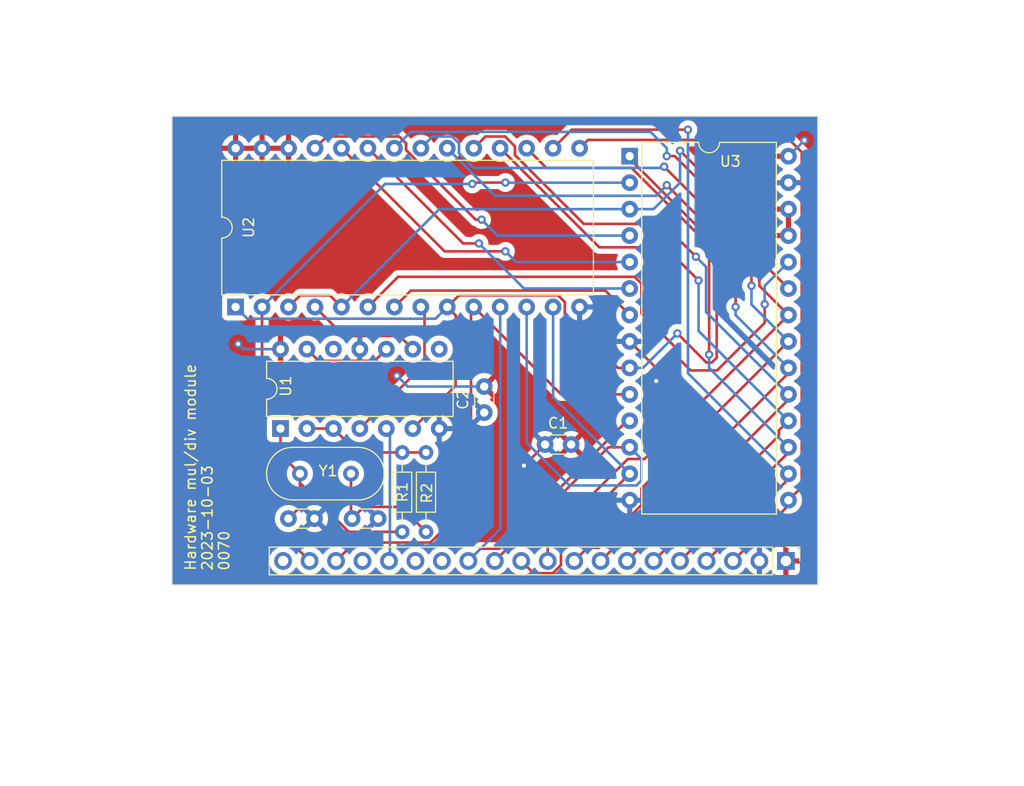
<source format=kicad_pcb>
(kicad_pcb (version 20221018) (generator pcbnew)
  (layers (0 "F.Cu" signal) (31 "B.Cu" signal) (34 "B.Paste" user) (35 "F.Paste" user) (36 "B.SilkS" user "B.Silkscreen") (37 "F.SilkS" user "F.Silkscreen") (38 "B.Mask" user) (39 "F.Mask" user) (44 "Edge.Cuts" user))
  (net 0 "")
  (net 1 "GND")
  (net 2 "+5V")
  (net 3 "Net-(C3-Pad1)")
  (net 4 "Net-(C4-Pad1)")
  (net 5 "D0")
  (net 6 "D1")
  (net 7 "D2")
  (net 8 "D3")
  (net 9 "D4")
  (net 10 "D5")
  (net 11 "D6")
  (net 12 "D7")
  (net 13 "A0")
  (net 14 "A1")
  (net 15 "A2")
  (net 18 "~{CS}")
  (net 19 "~{RD}")
  (net 20 "~{WR}")
  (net 21 "~{RESET}")
  (net 22 "CLK")
  (net 23 "Net-(R1-Pad2)")
  (net 24 "Net-(U2-CLK)")
  (net 25 "CS")
  (net 27 "Net-(U2-~{CO}{slash}~{OF})")
  (net 28 "Net-(U1-Pad10)")
  (net 30 "Net-(U2-CTL)")
  (net 31 "Net-(U2-Z_L)")
  (net 32 "Net-(U2-~{SHIFT})")
  (net 33 "Net-(U2-Z_R)")
  (net 34 "Net-(U2-Y_R)")
  (net 35 "Net-(U2-~{CI})")
  (footprint "Capacitor_THT:C_Disc_D3.0mm_W1.6mm_P2.50mm" (layer "F.Cu") (at 141.986 122.936)
    (fp_text reference "C1" (at 1.25 -2.05) (layer "F.SilkS"))
    (fp_text value "100nF" hide)
    (fp_line (start 0.621 -0.92) (end 1.879 -0.92) (stroke (width 0.12)) (layer "F.SilkS"))
    (fp_line (start 0.621 0.92) (end 1.879 0.92) (stroke (width 0.12)) (layer "F.SilkS"))
    (pad "1" thru_hole circle (at 0 0) (size 1.6 1.6) (drill 0.8) (layers "*.Cu" "*.Mask") (net 1 "GND"))
    (pad "2" thru_hole circle (at 2.5 0) (size 1.6 1.6) (drill 0.8) (layers "*.Cu" "*.Mask") (net 2 "+5V"))
  )
  (footprint "Package_DIP:DIP-14_W7.62mm" (layer "F.Cu") (at 116.586 121.402 90)
    (fp_text reference "U1" (at 4.064 0.508 90) (layer "F.SilkS"))
    (fp_text value "74HC14")
    (fp_line (start 1.16 -1.33) (end 1.16 16.57) (stroke (width 0.12)) (layer "F.SilkS"))
    (fp_line (start 1.16 16.57) (end 6.46 16.57) (stroke (width 0.12)) (layer "F.SilkS"))
    (fp_line (start 2.81 -1.33) (end 1.16 -1.33) (stroke (width 0.12)) (layer "F.SilkS"))
    (fp_line (start 6.46 -1.33) (end 4.81 -1.33) (stroke (width 0.12)) (layer "F.SilkS"))
    (fp_line (start 6.46 16.57) (end 6.46 -1.33) (stroke (width 0.12)) (layer "F.SilkS"))
    (fp_arc (start 4.81 -1.33) (mid 3.81 -0.33) (end 2.81 -1.33) (stroke (width 0.12)) (layer "F.SilkS"))
    (pad "1" thru_hole rect (at 0 0 90) (size 1.6 1.6) (drill 0.8) (layers "*.Cu" "*.Mask") (net 3 "Net-(C3-Pad1)"))
    (pad "2" thru_hole oval (at 0 2.54 90) (size 1.6 1.6) (drill 0.8) (layers "*.Cu" "*.Mask") (net 23 "Net-(R1-Pad2)"))
    (pad "3" thru_hole oval (at 0 5.08 90) (size 1.6 1.6) (drill 0.8) (layers "*.Cu" "*.Mask") (net 23 "Net-(R1-Pad2)"))
    (pad "4" thru_hole oval (at 0 7.62 90) (size 1.6 1.6) (drill 0.8) (layers "*.Cu" "*.Mask") (net 24 "Net-(U2-CLK)"))
    (pad "5" thru_hole oval (at 0 10.16 90) (size 1.6 1.6) (drill 0.8) (layers "*.Cu" "*.Mask") (net 18 "~{CS}"))
    (pad "6" thru_hole oval (at 0 12.7 90) (size 1.6 1.6) (drill 0.8) (layers "*.Cu" "*.Mask") (net 25 "CS"))
    (pad "7" thru_hole oval (at 0 15.24 90) (size 1.6 1.6) (drill 0.8) (layers "*.Cu" "*.Mask") (net 1 "GND"))
    (pad "8" thru_hole oval (at 7.62 15.24 90) (size 1.6 1.6) (drill 0.8) (layers "*.Cu" "*.Mask"))
    (pad "9" thru_hole oval (at 7.62 12.7 90) (size 1.6 1.6) (drill 0.8) (layers "*.Cu" "*.Mask") (net 27 "Net-(U2-~{CO}{slash}~{OF})"))
    (pad "10" thru_hole oval (at 7.62 10.16 90) (size 1.6 1.6) (drill 0.8) (layers "*.Cu" "*.Mask") (net 28 "Net-(U1-Pad10)"))
    (pad "11" thru_hole oval (at 7.62 7.62 90) (size 1.6 1.6) (drill 0.8) (layers "*.Cu" "*.Mask") (net 1 "GND"))
    (pad "12" thru_hole oval (at 7.62 5.08 90) (size 1.6 1.6) (drill 0.8) (layers "*.Cu" "*.Mask"))
    (pad "13" thru_hole oval (at 7.62 2.54 90) (size 1.6 1.6) (drill 0.8) (layers "*.Cu" "*.Mask") (net 28 "Net-(U1-Pad10)"))
    (pad "14" thru_hole oval (at 7.62 0 90) (size 1.6 1.6) (drill 0.8) (layers "*.Cu" "*.Mask") (net 2 "+5V"))
  )
  (footprint "Capacitor_THT:C_Disc_D3.0mm_W1.6mm_P2.50mm" (layer "F.Cu") (at 117.348 130.048)
    (fp_text reference "C3" hide)
    (fp_text value "22pF" hide)
    (fp_line (start 0.621 -0.92) (end 1.879 -0.92) (stroke (width 0.12)) (layer "F.SilkS"))
    (fp_line (start 0.621 0.92) (end 1.879 0.92) (stroke (width 0.12)) (layer "F.SilkS"))
    (pad "1" thru_hole circle (at 0 0) (size 1.6 1.6) (drill 0.8) (layers "*.Cu" "*.Mask") (net 3 "Net-(C3-Pad1)"))
    (pad "2" thru_hole circle (at 2.5 0) (size 1.6 1.6) (drill 0.8) (layers "*.Cu" "*.Mask") (net 1 "GND"))
  )
  (footprint "Package_DIP:DIP-28_W15.24mm" (layer "F.Cu") (at 112.278 109.733 90)
    (fp_text reference "U2" (at 7.625 1.26 90) (layer "F.SilkS"))
    (fp_text value "CDP1855")
    (fp_line (start 1.16 -1.33) (end 1.16 34.35) (stroke (width 0.12)) (layer "F.SilkS"))
    (fp_line (start 1.16 34.35) (end 14.08 34.35) (stroke (width 0.12)) (layer "F.SilkS"))
    (fp_line (start 6.62 -1.33) (end 1.16 -1.33) (stroke (width 0.12)) (layer "F.SilkS"))
    (fp_line (start 14.08 -1.33) (end 8.62 -1.33) (stroke (width 0.12)) (layer "F.SilkS"))
    (fp_line (start 14.08 34.35) (end 14.08 -1.33) (stroke (width 0.12)) (layer "F.SilkS"))
    (fp_arc (start 8.62 -1.33) (mid 7.62 -0.33) (end 6.62 -1.33) (stroke (width 0.12)) (layer "F.SilkS"))
    (pad "1" thru_hole rect (at 0 0 90) (size 1.6 1.6) (drill 0.8) (layers "*.Cu" "*.Mask") (net 25 "CS"))
    (pad "2" thru_hole oval (at 0 2.54 90) (size 1.6 1.6) (drill 0.8) (layers "*.Cu" "*.Mask") (net 21 "~{RESET}"))
    (pad "3" thru_hole oval (at 0 5.08 90) (size 1.6 1.6) (drill 0.8) (layers "*.Cu" "*.Mask") (net 30 "Net-(U2-CTL)"))
    (pad "4" thru_hole oval (at 0 7.62 90) (size 1.6 1.6) (drill 0.8) (layers "*.Cu" "*.Mask") (net 27 "Net-(U2-~{CO}{slash}~{OF})"))
    (pad "5" thru_hole oval (at 0 10.16 90) (size 1.6 1.6) (drill 0.8) (layers "*.Cu" "*.Mask") (net 30 "Net-(U2-CTL)"))
    (pad "6" thru_hole oval (at 0 12.7 90) (size 1.6 1.6) (drill 0.8) (layers "*.Cu" "*.Mask") (net 31 "Net-(U2-Z_L)"))
    (pad "7" thru_hole oval (at 0 15.24 90) (size 1.6 1.6) (drill 0.8) (layers "*.Cu" "*.Mask") (net 32 "Net-(U2-~{SHIFT})"))
    (pad "8" thru_hole oval (at 0 17.78 90) (size 1.6 1.6) (drill 0.8) (layers "*.Cu" "*.Mask") (net 24 "Net-(U2-CLK)"))
    (pad "9" thru_hole oval (at 0 20.32 90) (size 1.6 1.6) (drill 0.8) (layers "*.Cu" "*.Mask") (net 25 "CS"))
    (pad "10" thru_hole oval (at 0 22.86 90) (size 1.6 1.6) (drill 0.8) (layers "*.Cu" "*.Mask") (net 20 "~{WR}"))
    (pad "11" thru_hole oval (at 0 25.4 90) (size 1.6 1.6) (drill 0.8) (layers "*.Cu" "*.Mask") (net 15 "A2"))
    (pad "12" thru_hole oval (at 0 27.94 90) (size 1.6 1.6) (drill 0.8) (layers "*.Cu" "*.Mask") (net 14 "A1"))
    (pad "13" thru_hole oval (at 0 30.48 90) (size 1.6 1.6) (drill 0.8) (layers "*.Cu" "*.Mask") (net 13 "A0"))
    (pad "14" thru_hole oval (at 0 33.02 90) (size 1.6 1.6) (drill 0.8) (layers "*.Cu" "*.Mask") (net 1 "GND"))
    (pad "15" thru_hole oval (at 15.24 33.02 90) (size 1.6 1.6) (drill 0.8) (layers "*.Cu" "*.Mask") (net 5 "D0"))
    (pad "16" thru_hole oval (at 15.24 30.48 90) (size 1.6 1.6) (drill 0.8) (layers "*.Cu" "*.Mask") (net 6 "D1"))
    (pad "17" thru_hole oval (at 15.24 27.94 90) (size 1.6 1.6) (drill 0.8) (layers "*.Cu" "*.Mask") (net 7 "D2"))
    (pad "18" thru_hole oval (at 15.24 25.4 90) (size 1.6 1.6) (drill 0.8) (layers "*.Cu" "*.Mask") (net 8 "D3"))
    (pad "19" thru_hole oval (at 15.24 22.86 90) (size 1.6 1.6) (drill 0.8) (layers "*.Cu" "*.Mask") (net 9 "D4"))
    (pad "20" thru_hole oval (at 15.24 20.32 90) (size 1.6 1.6) (drill 0.8) (layers "*.Cu" "*.Mask") (net 10 "D5"))
    (pad "21" thru_hole oval (at 15.24 17.78 90) (size 1.6 1.6) (drill 0.8) (layers "*.Cu" "*.Mask") (net 11 "D6"))
    (pad "22" thru_hole oval (at 15.24 15.24 90) (size 1.6 1.6) (drill 0.8) (layers "*.Cu" "*.Mask") (net 12 "D7"))
    (pad "23" thru_hole oval (at 15.24 12.7 90) (size 1.6 1.6) (drill 0.8) (layers "*.Cu" "*.Mask") (net 33 "Net-(U2-Z_R)"))
    (pad "24" thru_hole oval (at 15.24 10.16 90) (size 1.6 1.6) (drill 0.8) (layers "*.Cu" "*.Mask") (net 34 "Net-(U2-Y_R)"))
    (pad "25" thru_hole oval (at 15.24 7.62 90) (size 1.6 1.6) (drill 0.8) (layers "*.Cu" "*.Mask") (net 35 "Net-(U2-~{CI})"))
    (pad "26" thru_hole oval (at 15.24 5.08 90) (size 1.6 1.6) (drill 0.8) (layers "*.Cu" "*.Mask") (net 2 "+5V"))
    (pad "27" thru_hole oval (at 15.24 2.54 90) (size 1.6 1.6) (drill 0.8) (layers "*.Cu" "*.Mask") (net 2 "+5V"))
    (pad "28" thru_hole oval (at 15.24 0 90) (size 1.6 1.6) (drill 0.8) (layers "*.Cu" "*.Mask") (net 2 "+5V"))
  )
  (footprint "Capacitor_THT:C_Disc_D3.0mm_W1.6mm_P2.50mm" (layer "F.Cu") (at 123.464 130.048)
    (fp_text reference "C4" hide)
    (fp_text value "22pF" hide)
    (fp_line (start 0.621 -0.92) (end 1.879 -0.92) (stroke (width 0.12)) (layer "F.SilkS"))
    (fp_line (start 0.621 0.92) (end 1.879 0.92) (stroke (width 0.12)) (layer "F.SilkS"))
    (pad "1" thru_hole circle (at 0 0) (size 1.6 1.6) (drill 0.8) (layers "*.Cu" "*.Mask") (net 4 "Net-(C4-Pad1)"))
    (pad "2" thru_hole circle (at 2.5 0) (size 1.6 1.6) (drill 0.8) (layers "*.Cu" "*.Mask") (net 1 "GND"))
  )
  (footprint "Package_DIP:DIP-28_W15.24mm" (layer "F.Cu") (at 150.109 95.26)
    (fp_text reference "U3" (at 9.657 0.498) (layer "F.SilkS"))
    (fp_text value "CDP1855")
    (fp_line (start 1.16 -1.33) (end 1.16 34.35) (stroke (width 0.12)) (layer "F.SilkS"))
    (fp_line (start 1.16 34.35) (end 14.08 34.35) (stroke (width 0.12)) (layer "F.SilkS"))
    (fp_line (start 6.62 -1.33) (end 1.16 -1.33) (stroke (width 0.12)) (layer "F.SilkS"))
    (fp_line (start 14.08 -1.33) (end 8.62 -1.33) (stroke (width 0.12)) (layer "F.SilkS"))
    (fp_line (start 14.08 34.35) (end 14.08 -1.33) (stroke (width 0.12)) (layer "F.SilkS"))
    (fp_arc (start 8.62 -1.33) (mid 7.62 -0.33) (end 6.62 -1.33) (stroke (width 0.12)) (layer "F.SilkS"))
    (pad "1" thru_hole rect (at 0 0) (size 1.6 1.6) (drill 0.8) (layers "*.Cu" "*.Mask") (net 25 "CS"))
    (pad "2" thru_hole oval (at 0 2.54) (size 1.6 1.6) (drill 0.8) (layers "*.Cu" "*.Mask") (net 21 "~{RESET}"))
    (pad "3" thru_hole oval (at 0 5.08) (size 1.6 1.6) (drill 0.8) (layers "*.Cu" "*.Mask") (net 30 "Net-(U2-CTL)"))
    (pad "4" thru_hole oval (at 0 7.62) (size 1.6 1.6) (drill 0.8) (layers "*.Cu" "*.Mask") (net 35 "Net-(U2-~{CI})"))
    (pad "5" thru_hole oval (at 0 10.16) (size 1.6 1.6) (drill 0.8) (layers "*.Cu" "*.Mask") (net 34 "Net-(U2-Y_R)"))
    (pad "6" thru_hole oval (at 0 12.7) (size 1.6 1.6) (drill 0.8) (layers "*.Cu" "*.Mask") (net 33 "Net-(U2-Z_R)"))
    (pad "7" thru_hole oval (at 0 15.24) (size 1.6 1.6) (drill 0.8) (layers "*.Cu" "*.Mask") (net 32 "Net-(U2-~{SHIFT})"))
    (pad "8" thru_hole oval (at 0 17.78) (size 1.6 1.6) (drill 0.8) (layers "*.Cu" "*.Mask") (net 1 "GND"))
    (pad "9" thru_hole oval (at 0 20.32) (size 1.6 1.6) (drill 0.8) (layers "*.Cu" "*.Mask") (net 25 "CS"))
    (pad "10" thru_hole oval (at 0 22.86) (size 1.6 1.6) (drill 0.8) (layers "*.Cu" "*.Mask") (net 20 "~{WR}"))
    (pad "11" thru_hole oval (at 0 25.4) (size 1.6 1.6) (drill 0.8) (layers "*.Cu" "*.Mask") (net 15 "A2"))
    (pad "12" thru_hole oval (at 0 27.94) (size 1.6 1.6) (drill 0.8) (layers "*.Cu" "*.Mask") (net 14 "A1"))
    (pad "13" thru_hole oval (at 0 30.48) (size 1.6 1.6) (drill 0.8) (layers "*.Cu" "*.Mask") (net 13 "A0"))
    (pad "14" thru_hole oval (at 0 33.02) (size 1.6 1.6) (drill 0.8) (layers "*.Cu" "*.Mask") (net 1 "GND"))
    (pad "15" thru_hole oval (at 15.24 33.02) (size 1.6 1.6) (drill 0.8) (layers "*.Cu" "*.Mask") (net 5 "D0"))
    (pad "16" thru_hole oval (at 15.24 30.48) (size 1.6 1.6) (drill 0.8) (layers "*.Cu" "*.Mask") (net 6 "D1"))
    (pad "17" thru_hole oval (at 15.24 27.94) (size 1.6 1.6) (drill 0.8) (layers "*.Cu" "*.Mask") (net 7 "D2"))
    (pad "18" thru_hole oval (at 15.24 25.4) (size 1.6 1.6) (drill 0.8) (layers "*.Cu" "*.Mask") (net 8 "D3"))
    (pad "19" thru_hole oval (at 15.24 22.86) (size 1.6 1.6) (drill 0.8) (layers "*.Cu" "*.Mask") (net 9 "D4"))
    (pad "20" thru_hole oval (at 15.24 20.32) (size 1.6 1.6) (drill 0.8) (layers "*.Cu" "*.Mask") (net 10 "D5"))
    (pad "21" thru_hole oval (at 15.24 17.78) (size 1.6 1.6) (drill 0.8) (layers "*.Cu" "*.Mask") (net 11 "D6"))
    (pad "22" thru_hole oval (at 15.24 15.24) (size 1.6 1.6) (drill 0.8) (layers "*.Cu" "*.Mask") (net 12 "D7"))
    (pad "23" thru_hole oval (at 15.24 12.7) (size 1.6 1.6) (drill 0.8) (layers "*.Cu" "*.Mask") (net 30 "Net-(U2-CTL)"))
    (pad "24" thru_hole oval (at 15.24 10.16) (size 1.6 1.6) (drill 0.8) (layers "*.Cu" "*.Mask") (net 31 "Net-(U2-Z_L)"))
    (pad "25" thru_hole oval (at 15.24 7.62) (size 1.6 1.6) (drill 0.8) (layers "*.Cu" "*.Mask") (net 2 "+5V"))
    (pad "26" thru_hole oval (at 15.24 5.08) (size 1.6 1.6) (drill 0.8) (layers "*.Cu" "*.Mask") (net 2 "+5V"))
    (pad "27" thru_hole oval (at 15.24 2.54) (size 1.6 1.6) (drill 0.8) (layers "*.Cu" "*.Mask") (net 1 "GND"))
    (pad "28" thru_hole oval (at 15.24 0) (size 1.6 1.6) (drill 0.8) (layers "*.Cu" "*.Mask") (net 2 "+5V"))
  )
  (footprint "Crystal:Crystal_HC18-U_Vertical" (layer "F.Cu") (at 118.454 125.73)
    (fp_text reference "Y1" (at 2.704 -0.254) (layer "F.SilkS"))
    (fp_text value "3.6864MHz" hide)
    (fp_line (start -0.675 -2.525) (end 5.575 -2.525) (stroke (width 0.12)) (layer "F.SilkS"))
    (fp_line (start -0.675 2.525) (end 5.575 2.525) (stroke (width 0.12)) (layer "F.SilkS"))
    (fp_arc (start -0.675 2.525) (mid -3.2 0) (end -0.675 -2.525) (stroke (width 0.12)) (layer "F.SilkS"))
    (fp_arc (start 5.575 -2.525) (mid 8.1 0) (end 5.575 2.525) (stroke (width 0.12)) (layer "F.SilkS"))
    (pad "1" thru_hole circle (at 0 0) (size 1.5 1.5) (drill 0.8) (layers "*.Cu" "*.Mask") (net 3 "Net-(C3-Pad1)"))
    (pad "2" thru_hole circle (at 4.9 0) (size 1.5 1.5) (drill 0.8) (layers "*.Cu" "*.Mask") (net 4 "Net-(C4-Pad1)"))
  )
  (footprint "Connector_PinHeader_2.54mm:PinHeader_1x20_P2.54mm_Vertical" (layer "F.Cu") (at 165.1 134.112 -90)
    (fp_text reference "J1" hide)
    (fp_text value "Conn_01x20" hide)
    (fp_line (start -1.33 -1.33) (end 0 -1.33) (stroke (width 0.12)) (layer "F.SilkS"))
    (fp_line (start -1.33 0) (end -1.33 -1.33) (stroke (width 0.12)) (layer "F.SilkS"))
    (fp_line (start -1.33 1.27) (end -1.33 49.59) (stroke (width 0.12)) (layer "F.SilkS"))
    (fp_line (start -1.33 1.27) (end 1.33 1.27) (stroke (width 0.12)) (layer "F.SilkS"))
    (fp_line (start -1.33 49.59) (end 1.33 49.59) (stroke (width 0.12)) (layer "F.SilkS"))
    (fp_line (start 1.33 1.27) (end 1.33 49.59) (stroke (width 0.12)) (layer "F.SilkS"))
    (pad "1" thru_hole rect (at 0 0 270) (size 1.7 1.7) (drill 1) (layers "*.Cu" "*.Mask") (net 2 "+5V"))
    (pad "2" thru_hole oval (at 0 2.54 270) (size 1.7 1.7) (drill 1) (layers "*.Cu" "*.Mask") (net 1 "GND"))
    (pad "3" thru_hole oval (at 0 5.08 270) (size 1.7 1.7) (drill 1) (layers "*.Cu" "*.Mask") (net 5 "D0"))
    (pad "4" thru_hole oval (at 0 7.62 270) (size 1.7 1.7) (drill 1) (layers "*.Cu" "*.Mask") (net 6 "D1"))
    (pad "5" thru_hole oval (at 0 10.16 270) (size 1.7 1.7) (drill 1) (layers "*.Cu" "*.Mask") (net 7 "D2"))
    (pad "6" thru_hole oval (at 0 12.7 270) (size 1.7 1.7) (drill 1) (layers "*.Cu" "*.Mask") (net 8 "D3"))
    (pad "7" thru_hole oval (at 0 15.24 270) (size 1.7 1.7) (drill 1) (layers "*.Cu" "*.Mask") (net 9 "D4"))
    (pad "8" thru_hole oval (at 0 17.78 270) (size 1.7 1.7) (drill 1) (layers "*.Cu" "*.Mask") (net 10 "D5"))
    (pad "9" thru_hole oval (at 0 20.32 270) (size 1.7 1.7) (drill 1) (layers "*.Cu" "*.Mask") (net 11 "D6"))
    (pad "10" thru_hole oval (at 0 22.86 270) (size 1.7 1.7) (drill 1) (layers "*.Cu" "*.Mask") (net 12 "D7"))
    (pad "11" thru_hole oval (at 0 25.4 270) (size 1.7 1.7) (drill 1) (layers "*.Cu" "*.Mask") (net 13 "A0"))
    (pad "12" thru_hole oval (at 0 27.94 270) (size 1.7 1.7) (drill 1) (layers "*.Cu" "*.Mask") (net 14 "A1"))
    (pad "13" thru_hole oval (at 0 30.48 270) (size 1.7 1.7) (drill 1) (layers "*.Cu" "*.Mask") (net 15 "A2"))
    (pad "14" thru_hole oval (at 0 33.02 270) (size 1.7 1.7) (drill 1) (layers "*.Cu" "*.Mask"))
    (pad "15" thru_hole oval (at 0 35.56 270) (size 1.7 1.7) (drill 1) (layers "*.Cu" "*.Mask"))
    (pad "16" thru_hole oval (at 0 38.1 270) (size 1.7 1.7) (drill 1) (layers "*.Cu" "*.Mask") (net 18 "~{CS}"))
    (pad "17" thru_hole oval (at 0 40.64 270) (size 1.7 1.7) (drill 1) (layers "*.Cu" "*.Mask") (net 19 "~{RD}"))
    (pad "18" thru_hole oval (at 0 43.18 270) (size 1.7 1.7) (drill 1) (layers "*.Cu" "*.Mask") (net 20 "~{WR}"))
    (pad "19" thru_hole oval (at 0 45.72 270) (size 1.7 1.7) (drill 1) (layers "*.Cu" "*.Mask") (net 21 "~{RESET}"))
    (pad "20" thru_hole oval (at 0 48.26 270) (size 1.7 1.7) (drill 1) (layers "*.Cu" "*.Mask") (net 22 "CLK"))
  )
  (footprint "Resistor_THT:R_Axial_DIN0204_L3.6mm_D1.6mm_P7.62mm_Horizontal" (layer "F.Cu") (at 128.27 131.318 90)
    (fp_text reference "R1" (at 3.81 0 90) (layer "F.SilkS"))
    (fp_text value "1M")
    (fp_line (start 0.94 0) (end 1.89 0) (stroke (width 0.12)) (layer "F.SilkS"))
    (fp_line (start 1.89 -0.92) (end 1.89 0.92) (stroke (width 0.12)) (layer "F.SilkS"))
    (fp_line (start 1.89 0.92) (end 5.73 0.92) (stroke (width 0.12)) (layer "F.SilkS"))
    (fp_line (start 5.73 -0.92) (end 1.89 -0.92) (stroke (width 0.12)) (layer "F.SilkS"))
    (fp_line (start 5.73 0.92) (end 5.73 -0.92) (stroke (width 0.12)) (layer "F.SilkS"))
    (fp_line (start 6.68 0) (end 5.73 0) (stroke (width 0.12)) (layer "F.SilkS"))
    (pad "1" thru_hole circle (at 0 0 90) (size 1.4 1.4) (drill 0.7) (layers "*.Cu" "*.Mask") (net 3 "Net-(C3-Pad1)"))
    (pad "2" thru_hole oval (at 7.62 0 90) (size 1.4 1.4) (drill 0.7) (layers "*.Cu" "*.Mask") (net 23 "Net-(R1-Pad2)"))
  )
  (footprint "Capacitor_THT:C_Disc_D3.0mm_W1.6mm_P2.50mm" (layer "F.Cu") (at 136.144 119.868 90)
    (fp_text reference "C2" (at 1.25 -2.05 90) (layer "F.SilkS"))
    (fp_text value "100nF" hide)
    (fp_line (start 0.621 -0.92) (end 1.879 -0.92) (stroke (width 0.12)) (layer "F.SilkS"))
    (fp_line (start 0.621 0.92) (end 1.879 0.92) (stroke (width 0.12)) (layer "F.SilkS"))
    (pad "1" thru_hole circle (at 0 0 90) (size 1.6 1.6) (drill 0.8) (layers "*.Cu" "*.Mask") (net 1 "GND"))
    (pad "2" thru_hole circle (at 2.5 0 90) (size 1.6 1.6) (drill 0.8) (layers "*.Cu" "*.Mask") (net 2 "+5V"))
  )
  (footprint "Resistor_THT:R_Axial_DIN0204_L3.6mm_D1.6mm_P7.62mm_Horizontal" (layer "F.Cu") (at 130.556 131.318 90)
    (fp_text reference "R2" (at 3.71 0.078 90) (layer "F.SilkS"))
    (fp_text value "470")
    (fp_line (start 0.94 0) (end 1.89 0) (stroke (width 0.12)) (layer "F.SilkS"))
    (fp_line (start 1.89 -0.92) (end 1.89 0.92) (stroke (width 0.12)) (layer "F.SilkS"))
    (fp_line (start 1.89 0.92) (end 5.73 0.92) (stroke (width 0.12)) (layer "F.SilkS"))
    (fp_line (start 5.73 -0.92) (end 1.89 -0.92) (stroke (width 0.12)) (layer "F.SilkS"))
    (fp_line (start 5.73 0.92) (end 5.73 -0.92) (stroke (width 0.12)) (layer "F.SilkS"))
    (fp_line (start 6.68 0) (end 5.73 0) (stroke (width 0.12)) (layer "F.SilkS"))
    (pad "1" thru_hole circle (at 0 0 90) (size 1.4 1.4) (drill 0.7) (layers "*.Cu" "*.Mask") (net 4 "Net-(C4-Pad1)"))
    (pad "2" thru_hole oval (at 7.62 0 90) (size 1.4 1.4) (drill 0.7) (layers "*.Cu" "*.Mask") (net 23 "Net-(R1-Pad2)"))
  )
  (gr_rect (start 106.172 91.44) (end 168.148 136.398) (stroke (width 0.1)) (fill none) (layer "Edge.Cuts"))
  (gr_text "Hardware mul/div module\n2023-10-03\n0070" (at 111.76 135.128 90) (layer "F.SilkS") (effects (font (size 1 1)) (justify left bottom)))
  (segment (start 141.986 122.936) (end 139.954 124.968) (width 0.25) (layer "F.Cu") (net 1))
  (segment (start 150.109 113.04) (end 152.654 115.585) (width 0.25) (layer "F.Cu") (net 1))
  (segment (start 152.654 115.585) (end 152.654 116.84) (width 0.25) (layer "F.Cu") (net 1))
  (via (at 139.954 124.968) (size 0.8) (drill 0.4) (layers "F.Cu" "B.Cu") (net 1))
  (via (at 152.654 116.84) (size 0.8) (drill 0.4) (layers "F.Cu" "B.Cu") (net 1))
  (via (at 112.522 113.284) (size 0.8) (drill 0.4) (layers "F.Cu" "B.Cu") (net 2))
  (via (at 166.8805 93.7285) (size 0.8) (drill 0.4) (layers "F.Cu" "B.Cu") (net 2))
  (via (at 127.762 116.332) (size 0.8) (drill 0.4) (layers "F.Cu" "B.Cu") (net 2))
  (segment (start 128.798 117.368) (end 127.762 116.332) (width 0.25) (layer "B.Cu") (net 2))
  (segment (start 136.144 117.368) (end 128.798 117.368) (width 0.25) (layer "B.Cu") (net 2))
  (segment (start 113.02 113.782) (end 112.522 113.284) (width 0.25) (layer "B.Cu") (net 2))
  (segment (start 166.8805 93.7285) (end 165.349 95.26) (width 0.25) (layer "B.Cu") (net 2))
  (segment (start 116.586 113.782) (end 113.02 113.782) (width 0.25) (layer "B.Cu") (net 2))
  (segment (start 116.586 123.862) (end 118.454 125.73) (width 0.25) (layer "F.Cu") (net 3))
  (segment (start 118.454 126.628991) (end 118.454 125.73) (width 0.25) (layer "F.Cu") (net 3))
  (segment (start 118.454 125.73) (end 118.454 128.942) (width 0.25) (layer "F.Cu") (net 3))
  (segment (start 123.143009 131.318) (end 118.454 126.628991) (width 0.25) (layer "F.Cu") (net 3))
  (segment (start 116.586 121.402) (end 116.586 123.862) (width 0.25) (layer "F.Cu") (net 3))
  (segment (start 118.454 128.942) (end 117.348 130.048) (width 0.25) (layer "F.Cu") (net 3))
  (segment (start 128.27 131.318) (end 123.143009 131.318) (width 0.25) (layer "F.Cu") (net 3))
  (segment (start 123.354 129.938) (end 123.464 130.048) (width 0.25) (layer "F.Cu") (net 4))
  (segment (start 123.354 125.73) (end 123.354 129.938) (width 0.25) (layer "F.Cu") (net 4))
  (segment (start 123.464 130.048) (end 124.589 128.923) (width 0.25) (layer "F.Cu") (net 4))
  (segment (start 128.161 128.923) (end 130.556 131.318) (width 0.25) (layer "F.Cu") (net 4))
  (segment (start 124.589 128.923) (end 128.161 128.923) (width 0.25) (layer "F.Cu") (net 4))
  (segment (start 145.298 94.493) (end 146.097999 93.693001) (width 0.25) (layer "F.Cu") (net 5))
  (segment (start 160.02 134.112) (end 165.349 128.783) (width 0.25) (layer "F.Cu") (net 5))
  (segment (start 165.450001 93.693001) (end 166.624 94.867) (width 0.25) (layer "F.Cu") (net 5))
  (segment (start 146.097999 93.693001) (end 165.450001 93.693001) (width 0.25) (layer "F.Cu") (net 5))
  (segment (start 166.624 94.867) (end 166.624 127.005) (width 0.25) (layer "F.Cu") (net 5))
  (segment (start 165.349 128.783) (end 165.349 128.28) (width 0.25) (layer "F.Cu") (net 5))
  (segment (start 166.624 127.005) (end 165.349 128.28) (width 0.25) (layer "F.Cu") (net 5))
  (segment (start 157.48 134.112) (end 165.349 126.243) (width 0.25) (layer "F.Cu") (net 6))
  (segment (start 165.349 126.243) (end 165.349 125.74) (width 0.25) (layer "F.Cu") (net 6))
  (segment (start 142.758 94.493) (end 144.541 92.71) (width 0.25) (layer "F.Cu") (net 6))
  (segment (start 144.541 92.71) (end 155.702 92.71) (width 0.25) (layer "F.Cu") (net 6))
  (via (at 155.702 92.71) (size 0.8) (drill 0.4) (layers "F.Cu" "B.Cu") (net 6))
  (segment (start 155.702 116.093) (end 165.349 125.74) (width 0.25) (layer "B.Cu") (net 6))
  (segment (start 155.702 92.71) (end 155.702 116.093) (width 0.25) (layer "B.Cu") (net 6))
  (segment (start 154.94 134.112) (end 165.349 123.703) (width 0.25) (layer "F.Cu") (net 7))
  (segment (start 142.11 96.385) (end 150.284991 96.385) (width 0.25) (layer "F.Cu") (net 7))
  (segment (start 157.734 103.834009) (end 157.734 114.3) (width 0.25) (layer "F.Cu") (net 7))
  (segment (start 140.218 94.493) (end 142.11 96.385) (width 0.25) (layer "F.Cu") (net 7))
  (segment (start 150.284991 96.385) (end 157.734 103.834009) (width 0.25) (layer "F.Cu") (net 7))
  (segment (start 165.349 123.703) (end 165.349 123.2) (width 0.25) (layer "F.Cu") (net 7))
  (via (at 157.734 114.3) (size 0.8) (drill 0.4) (layers "F.Cu" "B.Cu") (net 7))
  (segment (start 157.734 115.585) (end 165.349 123.2) (width 0.25) (layer "B.Cu") (net 7))
  (segment (start 157.734 114.3) (end 157.734 115.585) (width 0.25) (layer "B.Cu") (net 7))
  (segment (start 164.437 121.572) (end 165.349 120.66) (width 0.25) (layer "F.Cu") (net 8))
  (segment (start 164.437 122.075) (end 164.437 121.572) (width 0.25) (layer "F.Cu") (net 8))
  (segment (start 152.4 134.112) (end 164.437 122.075) (width 0.25) (layer "F.Cu") (net 8))
  (segment (start 147.19 104.005) (end 153.535 104.005) (width 0.25) (layer "F.Cu") (net 8))
  (segment (start 153.535 104.005) (end 156.718 107.188) (width 0.25) (layer "F.Cu") (net 8))
  (segment (start 137.678 94.493) (end 147.19 104.005) (width 0.25) (layer "F.Cu") (net 8))
  (via (at 156.718 107.188) (size 0.8) (drill 0.4) (layers "F.Cu" "B.Cu") (net 8))
  (segment (start 156.718 112.029) (end 165.349 120.66) (width 0.25) (layer "B.Cu") (net 8))
  (segment (start 156.718 107.188) (end 156.718 112.029) (width 0.25) (layer "B.Cu") (net 8))
  (segment (start 139.093 95.151) (end 145.697 101.755) (width 0.25) (layer "F.Cu") (net 9))
  (segment (start 135.138 94.493) (end 136.263 93.368) (width 0.25) (layer "F.Cu") (net 9))
  (segment (start 153.317 101.755) (end 156.464 104.902) (width 0.25) (layer "F.Cu") (net 9))
  (segment (start 136.263 93.368) (end 138.143991 93.368) (width 0.25) (layer "F.Cu") (net 9))
  (segment (start 145.697 101.755) (end 153.317 101.755) (width 0.25) (layer "F.Cu") (net 9))
  (segment (start 139.093 94.317009) (end 139.093 95.151) (width 0.25) (layer "F.Cu") (net 9))
  (segment (start 138.143991 93.368) (end 139.093 94.317009) (width 0.25) (layer "F.Cu") (net 9))
  (segment (start 165.349 118.623) (end 165.349 118.12) (width 0.25) (layer "F.Cu") (net 9))
  (segment (start 149.86 134.112) (end 165.349 118.623) (width 0.25) (layer "F.Cu") (net 9))
  (via (at 156.464 104.902) (size 0.8) (drill 0.4) (layers "F.Cu" "B.Cu") (net 9))
  (segment (start 157.443 105.881) (end 157.443 110.214) (width 0.25) (layer "B.Cu") (net 9))
  (segment (start 156.464 104.902) (end 157.443 105.881) (width 0.25) (layer "B.Cu") (net 9))
  (segment (start 157.443 110.214) (end 165.349 118.12) (width 0.25) (layer "B.Cu") (net 9))
  (segment (start 153.67 98.044) (end 160.274 104.648) (width 0.25) (layer "F.Cu") (net 10))
  (segment (start 147.32 134.112) (end 165.349 116.083) (width 0.25) (layer "F.Cu") (net 10))
  (segment (start 160.274 104.648) (end 160.274 109.728) (width 0.25) (layer "F.Cu") (net 10))
  (segment (start 165.349 116.083) (end 165.349 115.58) (width 0.25) (layer "F.Cu") (net 10))
  (via (at 153.67 98.044) (size 0.8) (drill 0.4) (layers "F.Cu" "B.Cu") (net 10))
  (via (at 160.274 109.728) (size 0.8) (drill 0.4) (layers "F.Cu" "B.Cu") (net 10))
  (segment (start 160.274 109.728) (end 160.274 110.505) (width 0.25) (layer "B.Cu") (net 10))
  (segment (start 152.654 99.06) (end 137.165 99.06) (width 0.25) (layer "B.Cu") (net 10))
  (segment (start 153.67 98.044) (end 152.654 99.06) (width 0.25) (layer "B.Cu") (net 10))
  (segment (start 160.274 110.505) (end 165.349 115.58) (width 0.25) (layer "B.Cu") (net 10))
  (segment (start 137.165 99.06) (end 132.598 94.493) (width 0.25) (layer "B.Cu") (net 10))
  (segment (start 151.234 128.745991) (end 147.137991 132.842) (width 0.25) (layer "F.Cu") (net 11))
  (segment (start 161.798 104.648) (end 161.798 107.696) (width 0.25) (layer "F.Cu") (net 11))
  (segment (start 165.349 113.04) (end 151.234 127.155) (width 0.25) (layer "F.Cu") (net 11))
  (segment (start 151.234 127.155) (end 151.234 128.745991) (width 0.25) (layer "F.Cu") (net 11))
  (segment (start 146.05 132.842) (end 144.78 134.112) (width 0.25) (layer "F.Cu") (net 11))
  (segment (start 153.416 96.266) (end 161.798 104.648) (width 0.25) (layer "F.Cu") (net 11))
  (segment (start 147.137991 132.842) (end 146.05 132.842) (width 0.25) (layer "F.Cu") (net 11))
  (via (at 161.798 107.696) (size 0.8) (drill 0.4) (layers "F.Cu" "B.Cu") (net 11))
  (via (at 153.416 96.266) (size 0.8) (drill 0.4) (layers "F.Cu" "B.Cu") (net 11))
  (segment (start 135.126396 96.385) (end 153.297 96.385) (width 0.25) (layer "B.Cu") (net 11))
  (segment (start 131.183 93.368) (end 133.063991 93.368) (width 0.25) (layer "B.Cu") (net 11))
  (segment (start 130.058 94.493) (end 131.183 93.368) (width 0.25) (layer "B.Cu") (net 11))
  (segment (start 153.297 96.385) (end 153.416 96.266) (width 0.25) (layer "B.Cu") (net 11))
  (segment (start 161.798 109.489) (end 165.349 113.04) (width 0.25) (layer "B.Cu") (net 11))
  (segment (start 133.063991 93.368) (end 133.723 94.027009) (width 0.25) (layer "B.Cu") (net 11))
  (segment (start 133.723 94.981604) (end 135.126396 96.385) (width 0.25) (layer "B.Cu") (net 11))
  (segment (start 161.798 107.696) (end 161.798 109.489) (width 0.25) (layer "B.Cu") (net 11))
  (segment (start 133.723 94.027009) (end 133.723 94.981604) (width 0.25) (layer "B.Cu") (net 11))
  (segment (start 154.432 95.25) (end 162.523 103.341) (width 0.25) (layer "F.Cu") (net 12))
  (segment (start 153.67 95.25) (end 154.432 95.25) (width 0.25) (layer "F.Cu") (net 12))
  (segment (start 162.56 107.188) (end 162.56 107.711) (width 0.25) (layer "F.Cu") (net 12))
  (segment (start 151.524 124.325) (end 165.349 110.5) (width 0.25) (layer "F.Cu") (net 12))
  (segment (start 142.24 132.018009) (end 149.933009 124.325) (width 0.25) (layer "F.Cu") (net 12))
  (segment (start 162.523 107.151) (end 162.56 107.188) (width 0.25) (layer "F.Cu") (net 12))
  (segment (start 162.56 107.711) (end 165.349 110.5) (width 0.25) (layer "F.Cu") (net 12))
  (segment (start 162.523 103.341) (end 162.523 107.151) (width 0.25) (layer "F.Cu") (net 12))
  (segment (start 142.24 134.112) (end 142.24 132.018009) (width 0.25) (layer "F.Cu") (net 12))
  (segment (start 149.933009 124.325) (end 151.524 124.325) (width 0.25) (layer "F.Cu") (net 12))
  (via (at 153.67 95.25) (size 0.8) (drill 0.4) (layers "F.Cu" "B.Cu") (net 12))
  (segment (start 153.67 95.25) (end 153.67 94.488) (width 0.25) (layer "B.Cu") (net 12))
  (segment (start 152.1 92.918) (end 129.093 92.918) (width 0.25) (layer "B.Cu") (net 12))
  (segment (start 153.67 94.488) (end 152.1 92.918) (width 0.25) (layer "B.Cu") (net 12))
  (segment (start 129.093 92.918) (end 127.518 94.493) (width 0.25) (layer "B.Cu") (net 12))
  (segment (start 139.7 134.112) (end 140.875 135.287) (width 0.25) (layer "F.Cu") (net 13))
  (segment (start 143.51 134.503701) (end 143.51 132.339) (width 0.25) (layer "F.Cu") (net 13))
  (segment (start 140.875 135.287) (end 142.726701 135.287) (width 0.25) (layer "F.Cu") (net 13))
  (segment (start 142.726701 135.287) (end 143.51 134.503701) (width 0.25) (layer "F.Cu") (net 13))
  (segment (start 143.51 132.339) (end 150.109 125.74) (width 0.25) (layer "F.Cu") (net 13))
  (segment (start 142.758 118.389) (end 150.109 125.74) (width 0.25) (layer "B.Cu") (net 13))
  (segment (start 142.758 109.733) (end 142.758 118.389) (width 0.25) (layer "B.Cu") (net 13))
  (segment (start 148.072 123.2) (end 150.109 123.2) (width 0.25) (layer "F.Cu") (net 14))
  (segment (start 137.16 134.112) (end 148.072 123.2) (width 0.25) (layer "F.Cu") (net 14))
  (segment (start 151.234 124.325) (end 150.109 123.2) (width 0.25) (layer "B.Cu") (net 14))
  (segment (start 144.324009 126.865) (end 150.757 126.865) (width 0.25) (layer "B.Cu") (net 14))
  (segment (start 140.218 109.733) (end 140.218 122.758991) (width 0.25) (layer "B.Cu") (net 14))
  (segment (start 140.218 122.758991) (end 144.324009 126.865) (width 0.25) (layer "B.Cu") (net 14))
  (segment (start 151.234 126.388) (end 151.234 124.325) (width 0.25) (layer "B.Cu") (net 14))
  (segment (start 150.757 126.865) (end 151.234 126.388) (width 0.25) (layer "B.Cu") (net 14))
  (segment (start 134.62 134.112) (end 135.795 132.937) (width 0.25) (layer "F.Cu") (net 15))
  (segment (start 149.85 120.66) (end 150.109 120.66) (width 0.25) (layer "F.Cu") (net 15))
  (segment (start 135.795 132.937) (end 137.573 132.937) (width 0.25) (layer "F.Cu") (net 15))
  (segment (start 137.573 132.937) (end 149.85 120.66) (width 0.25) (layer "F.Cu") (net 15))
  (segment (start 137.678 109.733) (end 137.678 131.054) (width 0.25) (layer "B.Cu") (net 15))
  (segment (start 137.678 131.054) (end 134.62 134.112) (width 0.25) (layer "B.Cu") (net 15))
  (segment (start 127.089 121.745) (end 127.089 134.023) (width 0.25) (layer "B.Cu") (net 18))
  (segment (start 126.746 121.402) (end 127.089 121.745) (width 0.25) (layer "B.Cu") (net 18))
  (segment (start 127.089 134.023) (end 127 134.112) (width 0.25) (layer "B.Cu") (net 18))
  (segment (start 143.525 118.12) (end 150.109 118.12) (width 0.25) (layer "F.Cu") (net 20))
  (segment (start 121.92 134.112) (end 123.689 132.343) (width 0.25) (layer "F.Cu") (net 20))
  (segment (start 134.874 128.449569) (end 134.874 109.997) (width 0.25) (layer "F.Cu") (net 20))
  (segment (start 134.874 109.997) (end 135.138 109.733) (width 0.25) (layer "F.Cu") (net 20))
  (segment (start 130.980569 132.343) (end 134.874 128.449569) (width 0.25) (layer "F.Cu") (net 20))
  (segment (start 135.138 109.733) (end 143.525 118.12) (width 0.25) (layer "F.Cu") (net 20))
  (segment (start 123.689 132.343) (end 130.980569 132.343) (width 0.25) (layer "F.Cu") (net 20))
  (segment (start 119.38 134.112) (end 114.818 129.55) (width 0.25) (layer "F.Cu") (net 21))
  (segment (start 138.176 97.79) (end 135.128 97.79) (width 0.25) (layer "F.Cu") (net 21))
  (segment (start 135.128 97.79) (end 134.9992 97.9188) (width 0.25) (layer "F.Cu") (net 21))
  (segment (start 114.818 129.55) (end 114.818 109.733) (width 0.25) (layer "F.Cu") (net 21))
  (via (at 138.176 97.79) (size 0.8) (drill 0.4) (layers "F.Cu" "B.Cu") (net 21))
  (via (at 134.9992 97.9188) (size 0.8) (drill 0.4) (layers "F.Cu" "B.Cu") (net 21))
  (segment (start 150.109 97.8) (end 138.186 97.8) (width 0.25) (layer "B.Cu") (net 21))
  (segment (start 138.186 97.8) (end 138.176 97.79) (width 0.25) (layer "B.Cu") (net 21))
  (segment (start 134.9992 97.9188) (end 126.6322 97.9188) (width 0.25) (layer "B.Cu") (net 21))
  (segment (start 126.6322 97.9188) (end 114.818 109.733) (width 0.25) (layer "B.Cu") (net 21))
  (segment (start 119.126 121.402) (end 121.666 121.402) (width 0.25) (layer "F.Cu") (net 23))
  (segment (start 121.666 121.402) (end 123.962 123.698) (width 0.25) (layer "F.Cu") (net 23))
  (segment (start 128.27 123.698) (end 130.556 123.698) (width 0.25) (layer "F.Cu") (net 23))
  (segment (start 123.962 123.698) (end 128.27 123.698) (width 0.25) (layer "F.Cu") (net 23))
  (segment (start 130.411 110.086) (end 130.411 115.197) (width 0.25) (layer "F.Cu") (net 24))
  (segment (start 130.411 115.197) (end 124.206 121.402) (width 0.25) (layer "F.Cu") (net 24))
  (segment (start 130.058 109.733) (end 130.411 110.086) (width 0.25) (layer "F.Cu") (net 24))
  (segment (start 143.883 109.267009) (end 143.223991 108.608) (width 0.25) (layer "F.Cu") (net 25))
  (segment (start 150.109 95.26) (end 150.109 95.508305) (width 0.25) (layer "F.Cu") (net 25))
  (segment (start 150.109 115.58) (end 148.97763 115.58) (width 0.25) (layer "F.Cu") (net 25))
  (segment (start 158.459 114.600305) (end 157.997305 115.062) (width 0.25) (layer "F.Cu") (net 25))
  (segment (start 132.598 109.733) (end 133.397999 110.532999) (width 0.25) (layer "F.Cu") (net 25))
  (segment (start 133.723 108.608) (end 132.598 109.733) (width 0.25) (layer "F.Cu") (net 25))
  (segment (start 148.97763 115.58) (end 143.883 110.48537) (width 0.25) (layer "F.Cu") (net 25))
  (segment (start 157.470695 115.062) (end 154.686 112.277305) (width 0.25) (layer "F.Cu") (net 25))
  (segment (start 143.883 110.48537) (end 143.883 109.267009) (width 0.25) (layer "F.Cu") (net 25))
  (segment (start 133.397999 117.290001) (end 129.286 121.402) (width 0.25) (layer "F.Cu") (net 25))
  (segment (start 150.109 95.508305) (end 158.459 103.858305) (width 0.25) (layer "F.Cu") (net 25))
  (segment (start 158.459 103.858305) (end 158.459 114.600305) (width 0.25) (layer "F.Cu") (net 25))
  (segment (start 133.397999 110.532999) (end 133.397999 117.290001) (width 0.25) (layer "F.Cu") (net 25))
  (segment (start 154.686 112.277305) (end 154.686 112.268) (width 0.25) (layer "F.Cu") (net 25))
  (segment (start 157.997305 115.062) (end 157.470695 115.062) (width 0.25) (layer "F.Cu") (net 25))
  (segment (start 143.223991 108.608) (end 133.723 108.608) (width 0.25) (layer "F.Cu") (net 25))
  (via (at 154.686 112.268) (size 0.8) (drill 0.4) (layers "F.Cu" "B.Cu") (net 25))
  (segment (start 154.686 112.268) (end 151.374 115.58) (width 0.25) (layer "B.Cu") (net 25))
  (segment (start 151.374 115.58) (end 150.109 115.58) (width 0.25) (layer "B.Cu") (net 25))
  (segment (start 113.403 110.858) (end 112.278 109.733) (width 0.25) (layer "B.Cu") (net 25))
  (segment (start 132.598 109.733) (end 131.473 110.858) (width 0.25) (layer "B.Cu") (net 25))
  (segment (start 131.473 110.858) (end 113.403 110.858) (width 0.25) (layer "B.Cu") (net 25))
  (segment (start 129.286 113.782) (end 128.026 112.522) (width 0.25) (layer "F.Cu") (net 27))
  (segment (start 128.026 112.522) (end 122.687 112.522) (width 0.25) (layer "F.Cu") (net 27))
  (segment (start 122.687 112.522) (end 119.898 109.733) (width 0.25) (layer "F.Cu") (net 27))
  (segment (start 120.251 114.907) (end 125.621 114.907) (width 0.25) (layer "F.Cu") (net 28))
  (segment (start 119.126 113.782) (end 120.251 114.907) (width 0.25) (layer "F.Cu") (net 28))
  (segment (start 125.621 114.907) (end 126.746 113.782) (width 0.25) (layer "F.Cu") (net 28))
  (segment (start 162.973 105.584) (end 165.349 107.96) (width 0.25) (layer "F.Cu") (net 30))
  (segment (start 154.944299 94.737701) (end 162.973 102.766402) (width 0.25) (layer "F.Cu") (net 30))
  (segment (start 162.973 102.766402) (end 162.973 105.584) (width 0.25) (layer "F.Cu") (net 30))
  (segment (start 121.313 108.608) (end 118.483 108.608) (width 0.25) (layer "F.Cu") (net 30))
  (segment (start 122.438 109.733) (end 121.313 108.608) (width 0.25) (layer "F.Cu") (net 30))
  (segment (start 118.483 108.608) (end 117.358 109.733) (width 0.25) (layer "F.Cu") (net 30))
  (via (at 154.944299 94.737701) (size 0.8) (drill 0.4) (layers "F.Cu" "B.Cu") (net 30))
  (segment (start 150.109 100.34) (end 152.399305 100.34) (width 0.25) (layer "B.Cu") (net 30))
  (segment (start 152.399305 100.34) (end 154.944299 97.795006) (width 0.25) (layer "B.Cu") (net 30))
  (segment (start 131.831 100.34) (end 150.109 100.34) (width 0.25) (layer "B.Cu") (net 30))
  (segment (start 154.944299 97.795006) (end 154.944299 94.737701) (width 0.25) (layer "B.Cu") (net 30))
  (segment (start 122.438 109.733) (end 131.831 100.34) (width 0.25) (layer "B.Cu") (net 30))
  (segment (start 154.432 113.538) (end 154.432 114.3) (width 0.25) (layer "F.Cu") (net 31))
  (segment (start 163.068 111.252) (end 163.068 109.474) (width 0.25) (layer "F.Cu") (net 31))
  (segment (start 151.234 107.494009) (end 151.234 110.34) (width 0.25) (layer "F.Cu") (net 31))
  (segment (start 158.496 115.824) (end 163.068 111.252) (width 0.25) (layer "F.Cu") (net 31))
  (segment (start 155.956 115.824) (end 158.496 115.824) (width 0.25) (layer "F.Cu") (net 31))
  (segment (start 124.978 109.733) (end 127.876 106.835) (width 0.25) (layer "F.Cu") (net 31))
  (segment (start 151.234 110.34) (end 154.432 113.538) (width 0.25) (layer "F.Cu") (net 31))
  (segment (start 127.876 106.835) (end 150.574991 106.835) (width 0.25) (layer "F.Cu") (net 31))
  (segment (start 150.574991 106.835) (end 151.234 107.494009) (width 0.25) (layer "F.Cu") (net 31))
  (segment (start 154.432 114.3) (end 155.956 115.824) (width 0.25) (layer "F.Cu") (net 31))
  (via (at 163.068 109.474) (size 0.8) (drill 0.4) (layers "F.Cu" "B.Cu") (net 31))
  (segment (start 163.068 109.474) (end 163.068 107.701) (width 0.25) (layer "B.Cu") (net 31))
  (segment (start 163.068 107.701) (end 165.349 105.42) (width 0.25) (layer "B.Cu") (net 31))
  (segment (start 147.767 108.158) (end 150.109 110.5) (width 0.25) (layer "F.Cu") (net 32))
  (segment (start 127.518 109.733) (end 129.093 108.158) (width 0.25) (layer "F.Cu") (net 32))
  (segment (start 129.093 108.158) (end 147.767 108.158) (width 0.25) (layer "F.Cu") (net 32))
  (segment (start 134.117 103.632) (end 124.978 94.493) (width 0.25) (layer "F.Cu") (net 33))
  (segment (start 135.636 103.632) (end 134.117 103.632) (width 0.25) (layer "F.Cu") (net 33))
  (via (at 135.636 103.632) (size 0.8) (drill 0.4) (layers "F.Cu" "B.Cu") (net 33))
  (segment (start 150.109 107.96) (end 139.964 107.96) (width 0.25) (layer "B.Cu") (net 33))
  (segment (start 139.964 107.96) (end 135.636 103.632) (width 0.25) (layer "B.Cu") (net 33))
  (segment (start 138.176 104.394) (end 132.339 104.394) (width 0.25) (layer "F.Cu") (net 34))
  (segment (start 132.339 104.394) (end 122.438 94.493) (width 0.25) (layer "F.Cu") (net 34))
  (via (at 138.176 104.394) (size 0.8) (drill 0.4) (layers "F.Cu" "B.Cu") (net 34))
  (segment (start 150.109 105.42) (end 139.202 105.42) (width 0.25) (layer "B.Cu") (net 34))
  (segment (start 139.202 105.42) (end 138.176 104.394) (width 0.25) (layer "B.Cu") (net 34))
  (segment (start 135.320009 101.346) (end 128.643 94.668991) (width 0.25) (layer "F.Cu") (net 35))
  (segment (start 121.023 93.368) (end 119.898 94.493) (width 0.25) (layer "F.Cu") (net 35))
  (segment (start 135.89 101.346) (end 135.320009 101.346) (width 0.25) (layer "F.Cu") (net 35))
  (segment (start 128.643 94.668991) (end 128.643 94.027009) (width 0.25) (layer "F.Cu") (net 35))
  (segment (start 127.983991 93.368) (end 121.023 93.368) (width 0.25) (layer "F.Cu") (net 35))
  (segment (start 128.643 94.027009) (end 127.983991 93.368) (width 0.25) (layer "F.Cu") (net 35))
  (via (at 135.89 101.346) (size 0.8) (drill 0.4) (layers "F.Cu" "B.Cu") (net 35))
  (segment (start 150.109 102.88) (end 137.424 102.88) (width 0.25) (layer "B.Cu") (net 35))
  (segment (start 137.424 102.88) (end 135.89 101.346) (width 0.25) (layer "B.Cu") (net 35))
  (zone (net 2) (net_name "+5V") (layer "F.Cu") (connect_pads (clearance 0.5)) (min_thickness 0.25) (fill yes (thermal_gap 0.5) (thermal_bridge_width 0.5))
    (polygon (pts (xy 101.092 87.63) (xy 177.546 87.376) (xy 179.324 142.24) (xy 97.79 141.986)))
  )
  (zone (net 1) (net_name "GND") (layer "B.Cu") (priority 1) (connect_pads (clearance 0.5)) (min_thickness 0.25) (fill yes (thermal_gap 0.5) (thermal_bridge_width 0.5))
    (polygon (pts (xy 96.012 80.264) (xy 186.436 81.534) (xy 187.96 152.908) (xy 89.662 155.702) (xy 90.424 122.936)))
  )
)
</source>
